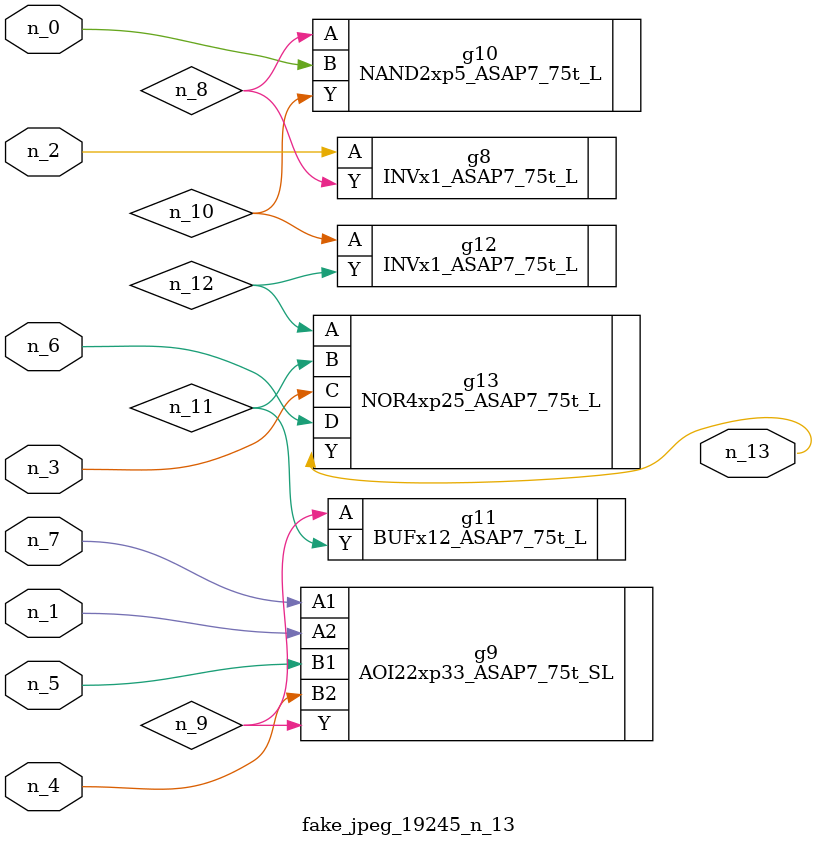
<source format=v>
module fake_jpeg_19245_n_13 (n_3, n_2, n_1, n_0, n_4, n_6, n_5, n_7, n_13);

input n_3;
input n_2;
input n_1;
input n_0;
input n_4;
input n_6;
input n_5;
input n_7;

output n_13;

wire n_11;
wire n_10;
wire n_12;
wire n_8;
wire n_9;

INVx1_ASAP7_75t_L g8 ( 
.A(n_2),
.Y(n_8)
);

AOI22xp33_ASAP7_75t_SL g9 ( 
.A1(n_7),
.A2(n_1),
.B1(n_5),
.B2(n_4),
.Y(n_9)
);

NAND2xp5_ASAP7_75t_L g10 ( 
.A(n_8),
.B(n_0),
.Y(n_10)
);

INVx1_ASAP7_75t_L g12 ( 
.A(n_10),
.Y(n_12)
);

BUFx12_ASAP7_75t_L g11 ( 
.A(n_9),
.Y(n_11)
);

NOR4xp25_ASAP7_75t_L g13 ( 
.A(n_12),
.B(n_11),
.C(n_3),
.D(n_6),
.Y(n_13)
);


endmodule
</source>
